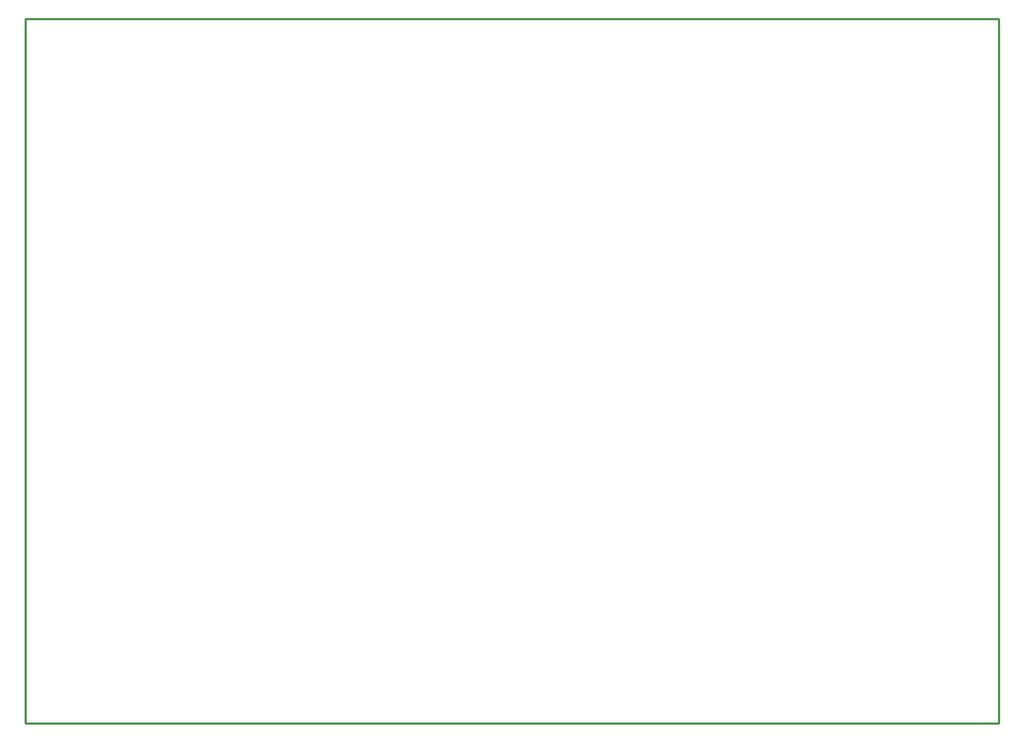
<source format=gbr>
G04 EAGLE Gerber RS-274X export*
G75*
%MOIN*%
%FSLAX34Y34*%
%LPD*%
%IN*%
%IPPOS*%
%AMOC8*
5,1,8,0,0,1.08239X$1,22.5*%
G01*
%ADD10C,0.010000*%


D10*
X130Y4D02*
X45000Y4D01*
X45000Y32500D01*
X130Y32500D01*
X130Y4D01*
M02*

</source>
